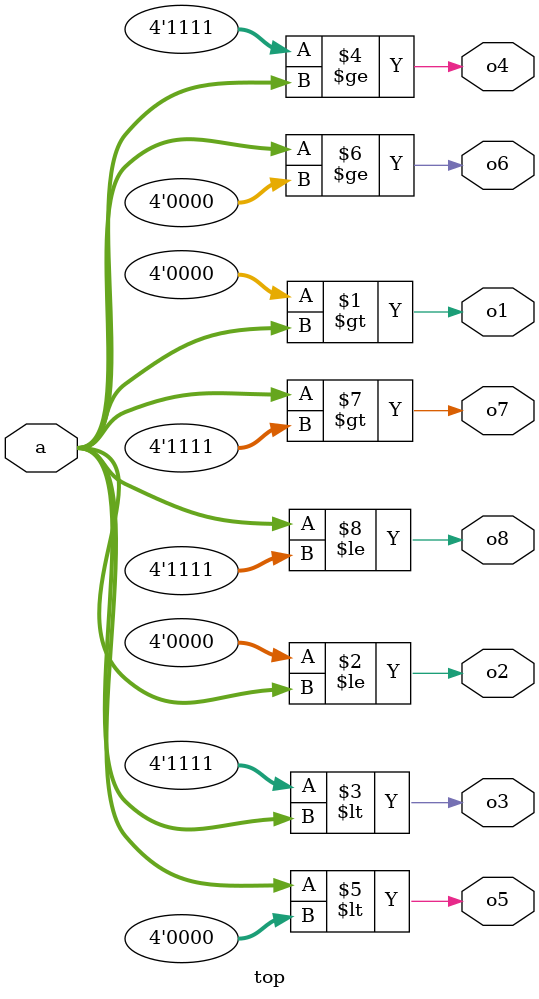
<source format=v>
module top(...);
  input [3:0] a;
  output o1 = 4'b0000 >  a;
  output o2 = 4'b0000 <= a;
  output o3 = 4'b1111 <  a;
  output o4 = 4'b1111 >= a;
  output o5 = a <  4'b0000;
  output o6 = a >= 4'b0000;
  output o7 = a >  4'b1111;
  output o8 = a <= 4'b1111;
endmodule

</source>
